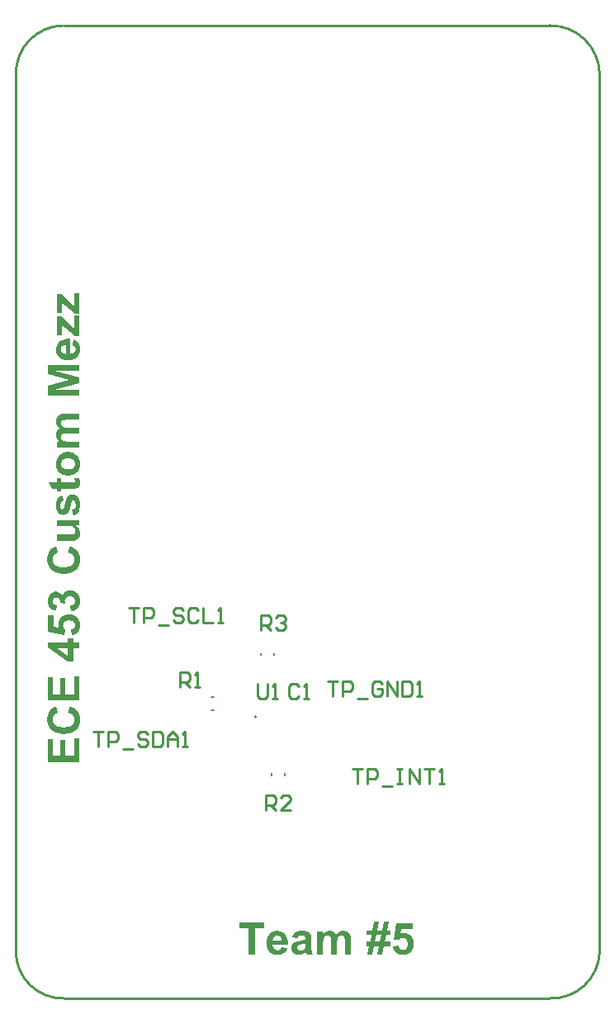
<source format=gto>
G04*
G04 #@! TF.GenerationSoftware,Altium Limited,Altium Designer,22.6.1 (34)*
G04*
G04 Layer_Color=65535*
%FSLAX25Y25*%
%MOIN*%
G70*
G04*
G04 #@! TF.SameCoordinates,77978B21-DC67-4B61-947D-8792CEF4CC07*
G04*
G04*
G04 #@! TF.FilePolarity,Positive*
G04*
G01*
G75*
%ADD10C,0.00787*%
%ADD11C,0.00500*%
%ADD12C,0.01000*%
G36*
X26203Y277216D02*
X24253D01*
X20288Y280682D01*
X20272Y280698D01*
X20238Y280715D01*
X20188Y280765D01*
X20138Y280832D01*
X19955Y280981D01*
X19755Y281165D01*
X19522Y281381D01*
X19289Y281581D01*
X19089Y281798D01*
X18906Y281964D01*
Y281881D01*
X18922Y281798D01*
Y281498D01*
X18939Y281298D01*
Y280832D01*
X18956Y277550D01*
X16923D01*
Y285230D01*
X18656D01*
X22737Y281681D01*
X24087Y280432D01*
Y280532D01*
X24070Y280598D01*
Y280765D01*
X24054Y280965D01*
Y281181D01*
X24037Y281398D01*
Y285496D01*
X26203D01*
Y277216D01*
D02*
G37*
G36*
Y268270D02*
X24253D01*
X20288Y271735D01*
X20272Y271752D01*
X20238Y271768D01*
X20188Y271818D01*
X20138Y271885D01*
X19955Y272035D01*
X19755Y272218D01*
X19522Y272435D01*
X19289Y272635D01*
X19089Y272851D01*
X18906Y273018D01*
Y272935D01*
X18922Y272851D01*
Y272551D01*
X18939Y272352D01*
Y271885D01*
X18956Y268603D01*
X16923D01*
Y276283D01*
X18656D01*
X22737Y272735D01*
X24087Y271485D01*
Y271585D01*
X24070Y271652D01*
Y271818D01*
X24054Y272018D01*
Y272235D01*
X24037Y272452D01*
Y276550D01*
X26203D01*
Y268270D01*
D02*
G37*
G36*
X22271Y261106D02*
X22288D01*
X22321D01*
X22371D01*
X22454Y261123D01*
X22654Y261139D01*
X22904Y261189D01*
X23170Y261256D01*
X23454Y261356D01*
X23737Y261506D01*
X23987Y261689D01*
X24020Y261722D01*
X24087Y261789D01*
X24170Y261906D01*
X24287Y262072D01*
X24403Y262289D01*
X24487Y262522D01*
X24553Y262805D01*
X24587Y263105D01*
Y263205D01*
X24570Y263305D01*
X24553Y263439D01*
X24520Y263589D01*
X24453Y263738D01*
X24387Y263905D01*
X24287Y264055D01*
X24270Y264072D01*
X24220Y264122D01*
X24153Y264188D01*
X24037Y264288D01*
X23887Y264388D01*
X23720Y264488D01*
X23504Y264588D01*
X23254Y264671D01*
X23670Y267120D01*
X23687D01*
X23737Y267104D01*
X23804Y267070D01*
X23887Y267037D01*
X24003Y266970D01*
X24137Y266920D01*
X24437Y266754D01*
X24770Y266537D01*
X25103Y266287D01*
X25436Y265971D01*
X25719Y265621D01*
Y265604D01*
X25753Y265571D01*
X25786Y265521D01*
X25836Y265438D01*
X25886Y265338D01*
X25936Y265221D01*
X26003Y265088D01*
X26069Y264921D01*
X26136Y264738D01*
X26203Y264555D01*
X26303Y264122D01*
X26386Y263622D01*
X26419Y263072D01*
Y262972D01*
X26403Y262839D01*
X26386Y262672D01*
X26369Y262472D01*
X26336Y262256D01*
X26286Y261989D01*
X26219Y261722D01*
X26136Y261439D01*
X26036Y261139D01*
X25903Y260840D01*
X25753Y260556D01*
X25570Y260256D01*
X25353Y259990D01*
X25120Y259740D01*
X24836Y259507D01*
X24820Y259490D01*
X24770Y259473D01*
X24703Y259423D01*
X24603Y259357D01*
X24487Y259290D01*
X24337Y259224D01*
X24153Y259140D01*
X23954Y259057D01*
X23737Y258957D01*
X23504Y258874D01*
X23237Y258807D01*
X22954Y258740D01*
X22654Y258674D01*
X22337Y258624D01*
X21988Y258607D01*
X21638Y258591D01*
X21605D01*
X21538D01*
X21421Y258607D01*
X21255D01*
X21071Y258624D01*
X20838Y258657D01*
X20588Y258690D01*
X20322Y258740D01*
X20039Y258807D01*
X19739Y258890D01*
X19439Y258974D01*
X19139Y259090D01*
X18839Y259240D01*
X18556Y259390D01*
X18272Y259573D01*
X18023Y259790D01*
X18006Y259807D01*
X17973Y259840D01*
X17906Y259907D01*
X17823Y260007D01*
X17723Y260123D01*
X17606Y260273D01*
X17490Y260440D01*
X17356Y260623D01*
X17240Y260840D01*
X17123Y261056D01*
X17006Y261306D01*
X16906Y261589D01*
X16823Y261873D01*
X16756Y262172D01*
X16723Y262506D01*
X16706Y262839D01*
Y262939D01*
X16723Y263039D01*
Y263189D01*
X16756Y263355D01*
X16773Y263555D01*
X16823Y263772D01*
X16873Y264022D01*
X16956Y264271D01*
X17040Y264538D01*
X17156Y264821D01*
X17290Y265088D01*
X17439Y265354D01*
X17639Y265621D01*
X17839Y265871D01*
X18089Y266104D01*
X18106Y266121D01*
X18156Y266154D01*
X18239Y266221D01*
X18339Y266287D01*
X18489Y266387D01*
X18672Y266487D01*
X18872Y266587D01*
X19122Y266704D01*
X19405Y266804D01*
X19705Y266920D01*
X20055Y267004D01*
X20422Y267104D01*
X20838Y267170D01*
X21288Y267220D01*
X21754Y267254D01*
X22271D01*
Y261106D01*
D02*
G37*
G36*
X26203Y254342D02*
X16123Y254326D01*
X26203Y251793D01*
Y249294D01*
X16123Y246778D01*
X26203D01*
Y244379D01*
X13391D01*
Y248245D01*
X22138Y250560D01*
X13391Y252859D01*
Y256741D01*
X26203D01*
Y254342D01*
D02*
G37*
G36*
Y234517D02*
X20905D01*
X20888D01*
X20838D01*
X20772D01*
X20688D01*
X20572D01*
X20438Y234500D01*
X20155Y234483D01*
X19855Y234450D01*
X19572Y234400D01*
X19305Y234333D01*
X19206Y234300D01*
X19122Y234250D01*
X19105Y234233D01*
X19039Y234184D01*
X18956Y234100D01*
X18856Y234000D01*
X18756Y233850D01*
X18672Y233667D01*
X18606Y233451D01*
X18589Y233201D01*
Y233117D01*
X18606Y233017D01*
X18622Y232884D01*
X18672Y232734D01*
X18722Y232568D01*
X18806Y232401D01*
X18906Y232234D01*
X18922Y232218D01*
X18972Y232168D01*
X19039Y232084D01*
X19139Y231984D01*
X19272Y231885D01*
X19439Y231768D01*
X19622Y231668D01*
X19839Y231585D01*
X19872D01*
X19955Y231551D01*
X20105Y231518D01*
X20305Y231485D01*
X20572Y231451D01*
X20905Y231418D01*
X21288Y231401D01*
X21521Y231385D01*
X21754D01*
X26203D01*
Y228936D01*
X21121D01*
X21105D01*
X21055D01*
X20988D01*
X20905D01*
X20788D01*
X20672D01*
X20405Y228919D01*
X20105Y228902D01*
X19822Y228886D01*
X19572Y228852D01*
X19472Y228819D01*
X19389Y228802D01*
X19372D01*
X19322Y228786D01*
X19255Y228752D01*
X19155Y228702D01*
X18972Y228569D01*
X18872Y228486D01*
X18789Y228386D01*
X18772Y228369D01*
X18756Y228336D01*
X18722Y228269D01*
X18689Y228203D01*
X18656Y228086D01*
X18622Y227969D01*
X18589Y227819D01*
Y227553D01*
X18606Y227453D01*
X18622Y227320D01*
X18672Y227153D01*
X18722Y226986D01*
X18806Y226803D01*
X18906Y226620D01*
X18922Y226603D01*
X18956Y226553D01*
X19039Y226470D01*
X19122Y226370D01*
X19255Y226270D01*
X19405Y226153D01*
X19589Y226054D01*
X19789Y225970D01*
X19822D01*
X19905Y225937D01*
X20039Y225920D01*
X20238Y225887D01*
X20505Y225853D01*
X20655Y225837D01*
X20838Y225820D01*
X21021Y225804D01*
X21238D01*
X21455Y225787D01*
X21704D01*
X26203D01*
Y223338D01*
X16923D01*
Y225604D01*
X18206D01*
X18189Y225620D01*
X18139Y225654D01*
X18073Y225720D01*
X17973Y225820D01*
X17856Y225937D01*
X17723Y226070D01*
X17589Y226237D01*
X17456Y226420D01*
X17323Y226620D01*
X17173Y226836D01*
X17056Y227070D01*
X16940Y227320D01*
X16840Y227586D01*
X16773Y227869D01*
X16723Y228169D01*
X16706Y228469D01*
Y228619D01*
X16723Y228786D01*
X16756Y229002D01*
X16806Y229236D01*
X16873Y229502D01*
X16956Y229769D01*
X17090Y230019D01*
X17106Y230052D01*
X17156Y230135D01*
X17240Y230252D01*
X17356Y230402D01*
X17523Y230568D01*
X17706Y230735D01*
X17923Y230918D01*
X18189Y231085D01*
X18172D01*
X18156Y231118D01*
X18073Y231185D01*
X17939Y231318D01*
X17773Y231485D01*
X17606Y231684D01*
X17423Y231901D01*
X17240Y232151D01*
X17090Y232401D01*
Y232418D01*
X17073Y232434D01*
X17023Y232534D01*
X16973Y232667D01*
X16890Y232867D01*
X16823Y233084D01*
X16773Y233351D01*
X16723Y233617D01*
X16706Y233917D01*
Y234084D01*
X16723Y234283D01*
X16756Y234517D01*
X16806Y234783D01*
X16890Y235067D01*
X16990Y235366D01*
X17123Y235633D01*
Y235650D01*
X17140Y235666D01*
X17206Y235750D01*
X17290Y235883D01*
X17439Y236033D01*
X17606Y236216D01*
X17823Y236383D01*
X18073Y236549D01*
X18356Y236699D01*
X18389Y236716D01*
X18472Y236749D01*
X18606Y236783D01*
X18806Y236832D01*
X19072Y236882D01*
X19405Y236932D01*
X19605Y236949D01*
X19805D01*
X20022Y236966D01*
X20272D01*
X26203D01*
Y234517D01*
D02*
G37*
G36*
X21738Y221589D02*
X21888D01*
X22071Y221572D01*
X22288Y221539D01*
X22521Y221489D01*
X22771Y221439D01*
X23037Y221355D01*
X23321Y221272D01*
X23604Y221155D01*
X23904Y221022D01*
X24204Y220872D01*
X24487Y220689D01*
X24770Y220472D01*
X25036Y220239D01*
X25053Y220222D01*
X25103Y220173D01*
X25170Y220106D01*
X25253Y219989D01*
X25353Y219856D01*
X25470Y219706D01*
X25603Y219506D01*
X25719Y219306D01*
X25853Y219056D01*
X25986Y218806D01*
X26103Y218523D01*
X26203Y218223D01*
X26286Y217907D01*
X26353Y217557D01*
X26403Y217207D01*
X26419Y216824D01*
Y216690D01*
X26403Y216607D01*
Y216491D01*
X26386Y216357D01*
X26369Y216207D01*
X26353Y216041D01*
X26286Y215658D01*
X26186Y215258D01*
X26036Y214808D01*
X25853Y214375D01*
Y214358D01*
X25820Y214325D01*
X25786Y214258D01*
X25736Y214192D01*
X25686Y214092D01*
X25603Y213975D01*
X25420Y213725D01*
X25186Y213442D01*
X24886Y213159D01*
X24553Y212875D01*
X24153Y212626D01*
X24137D01*
X24103Y212592D01*
X24037Y212576D01*
X23954Y212526D01*
X23837Y212492D01*
X23720Y212442D01*
X23570Y212376D01*
X23387Y212326D01*
X23204Y212276D01*
X23004Y212209D01*
X22771Y212159D01*
X22537Y212126D01*
X22021Y212059D01*
X21438Y212026D01*
X21421D01*
X21388D01*
X21321D01*
X21221Y212042D01*
X21121D01*
X20988Y212059D01*
X20838Y212076D01*
X20688Y212109D01*
X20322Y212176D01*
X19922Y212276D01*
X19505Y212426D01*
X19072Y212626D01*
X19056D01*
X19022Y212659D01*
X18956Y212692D01*
X18889Y212742D01*
X18789Y212792D01*
X18672Y212875D01*
X18422Y213059D01*
X18139Y213309D01*
X17856Y213592D01*
X17573Y213942D01*
X17323Y214325D01*
Y214341D01*
X17290Y214375D01*
X17273Y214441D01*
X17223Y214525D01*
X17173Y214625D01*
X17123Y214758D01*
X17073Y214891D01*
X17006Y215058D01*
X16906Y215424D01*
X16806Y215841D01*
X16740Y216291D01*
X16706Y216791D01*
Y216891D01*
X16723Y216990D01*
Y217140D01*
X16756Y217324D01*
X16773Y217524D01*
X16823Y217757D01*
X16873Y218023D01*
X16956Y218290D01*
X17040Y218573D01*
X17156Y218856D01*
X17290Y219140D01*
X17439Y219439D01*
X17639Y219723D01*
X17839Y219989D01*
X18089Y220256D01*
X18106Y220272D01*
X18156Y220322D01*
X18223Y220389D01*
X18339Y220472D01*
X18472Y220572D01*
X18639Y220689D01*
X18822Y220806D01*
X19039Y220939D01*
X19272Y221056D01*
X19539Y221172D01*
X19822Y221289D01*
X20122Y221389D01*
X20438Y221489D01*
X20788Y221555D01*
X21155Y221589D01*
X21538Y221605D01*
X21554D01*
X21638D01*
X21738Y221589D01*
D02*
G37*
G36*
X26069Y211059D02*
X26086Y211043D01*
X26103Y210993D01*
X26119Y210926D01*
X26186Y210743D01*
X26236Y210510D01*
X26303Y210226D01*
X26369Y209893D01*
X26403Y209527D01*
X26419Y209127D01*
Y209010D01*
X26403Y208894D01*
X26386Y208744D01*
X26369Y208560D01*
X26319Y208361D01*
X26269Y208144D01*
X26203Y207944D01*
X26186Y207927D01*
X26169Y207861D01*
X26119Y207761D01*
X26053Y207644D01*
X25870Y207394D01*
X25753Y207261D01*
X25636Y207161D01*
X25620Y207144D01*
X25570Y207128D01*
X25486Y207078D01*
X25370Y207028D01*
X25236Y206961D01*
X25070Y206911D01*
X24886Y206861D01*
X24670Y206811D01*
X24653D01*
X24587Y206795D01*
X24470D01*
X24287Y206778D01*
X24054Y206761D01*
X23920D01*
X23754D01*
X23587Y206745D01*
X23387D01*
X23170D01*
X22937D01*
X18872D01*
Y205612D01*
X16923D01*
Y206745D01*
X15074D01*
X13624Y209194D01*
X16923D01*
Y210876D01*
X18872D01*
Y209194D01*
X22637D01*
X22654D01*
X22687D01*
X22737D01*
X22821D01*
X23004D01*
X23221D01*
X23454Y209210D01*
X23670D01*
X23854D01*
X23920Y209227D01*
X23970D01*
X24003Y209243D01*
X24070Y209277D01*
X24170Y209344D01*
X24270Y209443D01*
Y209460D01*
X24287Y209477D01*
X24320Y209560D01*
X24370Y209710D01*
X24387Y209877D01*
Y209943D01*
X24370Y210010D01*
X24353Y210126D01*
X24337Y210260D01*
X24287Y210426D01*
X24237Y210626D01*
X24153Y210859D01*
X26069Y211076D01*
Y211059D01*
D02*
G37*
G36*
X23537Y204462D02*
X23637Y204446D01*
X23770Y204429D01*
X24070Y204345D01*
X24403Y204212D01*
X24587Y204129D01*
X24770Y204029D01*
X24953Y203912D01*
X25153Y203762D01*
X25320Y203596D01*
X25503Y203413D01*
X25520Y203396D01*
X25536Y203363D01*
X25586Y203296D01*
X25653Y203213D01*
X25719Y203096D01*
X25786Y202963D01*
X25870Y202796D01*
X25953Y202613D01*
X26053Y202413D01*
X26136Y202180D01*
X26203Y201913D01*
X26269Y201630D01*
X26336Y201313D01*
X26386Y200980D01*
X26403Y200630D01*
X26419Y200247D01*
Y200064D01*
X26403Y199931D01*
Y199781D01*
X26386Y199597D01*
X26353Y199381D01*
X26319Y199164D01*
X26236Y198681D01*
X26103Y198181D01*
X25919Y197698D01*
X25803Y197465D01*
X25670Y197248D01*
X25653Y197232D01*
X25636Y197198D01*
X25586Y197148D01*
X25536Y197065D01*
X25453Y196982D01*
X25353Y196882D01*
X25120Y196665D01*
X24820Y196415D01*
X24470Y196182D01*
X24054Y195966D01*
X23820Y195882D01*
X23587Y195816D01*
X23204Y198281D01*
X23237D01*
X23321Y198315D01*
X23454Y198348D01*
X23604Y198415D01*
X23787Y198498D01*
X23970Y198598D01*
X24137Y198731D01*
X24287Y198898D01*
X24303Y198914D01*
X24337Y198981D01*
X24403Y199098D01*
X24470Y199248D01*
X24537Y199448D01*
X24603Y199664D01*
X24637Y199947D01*
X24653Y200247D01*
Y200397D01*
X24637Y200580D01*
X24603Y200780D01*
X24570Y201013D01*
X24503Y201247D01*
X24420Y201480D01*
X24303Y201680D01*
X24287Y201697D01*
X24253Y201730D01*
X24204Y201780D01*
X24137Y201847D01*
X24037Y201913D01*
X23937Y201963D01*
X23804Y201996D01*
X23654Y202013D01*
X23637D01*
X23604D01*
X23554Y201996D01*
X23487D01*
X23337Y201930D01*
X23254Y201897D01*
X23187Y201830D01*
Y201813D01*
X23154Y201797D01*
X23121Y201747D01*
X23087Y201663D01*
X23037Y201547D01*
X22987Y201413D01*
X22921Y201230D01*
X22871Y201013D01*
Y200980D01*
X22837Y200880D01*
X22804Y200730D01*
X22754Y200530D01*
X22704Y200297D01*
X22637Y200030D01*
X22554Y199731D01*
X22471Y199431D01*
X22288Y198781D01*
X22188Y198465D01*
X22088Y198165D01*
X21971Y197881D01*
X21871Y197632D01*
X21771Y197415D01*
X21671Y197248D01*
X21655Y197232D01*
X21638Y197198D01*
X21588Y197148D01*
X21538Y197082D01*
X21455Y196998D01*
X21355Y196898D01*
X21121Y196699D01*
X20821Y196499D01*
X20455Y196315D01*
X20255Y196249D01*
X20039Y196199D01*
X19822Y196165D01*
X19572Y196149D01*
X19555D01*
X19522D01*
X19455D01*
X19372Y196165D01*
X19272Y196182D01*
X19139Y196199D01*
X18856Y196265D01*
X18539Y196382D01*
X18372Y196465D01*
X18206Y196549D01*
X18023Y196665D01*
X17856Y196782D01*
X17689Y196932D01*
X17539Y197098D01*
X17523Y197115D01*
X17506Y197148D01*
X17456Y197198D01*
X17406Y197282D01*
X17339Y197382D01*
X17273Y197498D01*
X17206Y197648D01*
X17123Y197831D01*
X17040Y198015D01*
X16973Y198231D01*
X16906Y198481D01*
X16840Y198748D01*
X16790Y199031D01*
X16740Y199347D01*
X16723Y199681D01*
X16706Y200047D01*
Y200231D01*
X16723Y200364D01*
Y200514D01*
X16740Y200697D01*
X16756Y200897D01*
X16790Y201113D01*
X16856Y201580D01*
X16973Y202046D01*
X17123Y202496D01*
X17223Y202696D01*
X17339Y202879D01*
Y202896D01*
X17373Y202913D01*
X17406Y202963D01*
X17456Y203029D01*
X17589Y203196D01*
X17789Y203396D01*
X18056Y203596D01*
X18372Y203812D01*
X18739Y204012D01*
X19155Y204162D01*
X19589Y201847D01*
X19572D01*
X19505Y201813D01*
X19405Y201780D01*
X19289Y201713D01*
X19155Y201647D01*
X19022Y201547D01*
X18889Y201430D01*
X18772Y201280D01*
X18756Y201263D01*
X18722Y201197D01*
X18672Y201113D01*
X18622Y200980D01*
X18572Y200814D01*
X18522Y200614D01*
X18489Y200364D01*
X18472Y200097D01*
Y199931D01*
X18489Y199764D01*
X18506Y199547D01*
X18539Y199331D01*
X18589Y199098D01*
X18656Y198881D01*
X18756Y198698D01*
Y198681D01*
X18789Y198664D01*
X18889Y198565D01*
X19039Y198481D01*
X19139Y198448D01*
X19255Y198431D01*
X19272D01*
X19305D01*
X19355Y198448D01*
X19405Y198465D01*
X19555Y198531D01*
X19639Y198581D01*
X19705Y198664D01*
X19722Y198681D01*
X19755Y198748D01*
X19772Y198798D01*
X19805Y198881D01*
X19839Y198964D01*
X19872Y199081D01*
X19922Y199214D01*
X19972Y199381D01*
X20022Y199564D01*
X20088Y199781D01*
X20155Y200014D01*
X20222Y200297D01*
X20305Y200614D01*
X20388Y200963D01*
Y200980D01*
X20405Y201047D01*
X20438Y201147D01*
X20472Y201280D01*
X20505Y201447D01*
X20572Y201630D01*
X20622Y201830D01*
X20688Y202046D01*
X20855Y202496D01*
X21038Y202946D01*
X21138Y203163D01*
X21255Y203363D01*
X21371Y203546D01*
X21488Y203696D01*
Y203712D01*
X21521Y203729D01*
X21605Y203812D01*
X21754Y203946D01*
X21954Y204096D01*
X22221Y204229D01*
X22537Y204362D01*
X22904Y204446D01*
X23104Y204479D01*
X23321D01*
X23337D01*
X23370D01*
X23437D01*
X23537Y204462D01*
D02*
G37*
G36*
X26203Y191850D02*
X24820D01*
X24853Y191834D01*
X24937Y191751D01*
X25086Y191651D01*
X25253Y191484D01*
X25436Y191301D01*
X25636Y191068D01*
X25820Y190818D01*
X26003Y190518D01*
Y190501D01*
X26019Y190484D01*
X26036Y190434D01*
X26069Y190384D01*
X26136Y190218D01*
X26203Y190001D01*
X26286Y189735D01*
X26353Y189435D01*
X26403Y189118D01*
X26419Y188785D01*
Y188635D01*
X26403Y188452D01*
X26369Y188219D01*
X26319Y187969D01*
X26253Y187686D01*
X26153Y187386D01*
X26019Y187102D01*
X26003Y187069D01*
X25936Y186986D01*
X25853Y186853D01*
X25719Y186703D01*
X25553Y186519D01*
X25353Y186336D01*
X25136Y186186D01*
X24870Y186036D01*
X24853D01*
X24836Y186020D01*
X24787Y186003D01*
X24737Y185986D01*
X24570Y185936D01*
X24337Y185886D01*
X24037Y185820D01*
X23687Y185770D01*
X23270Y185736D01*
X22804Y185720D01*
X16923D01*
Y188169D01*
X21188D01*
X21205D01*
X21271D01*
X21371D01*
X21505D01*
X21655D01*
X21838D01*
X22221Y188185D01*
X22637Y188202D01*
X23037Y188219D01*
X23221Y188235D01*
X23370Y188252D01*
X23504Y188285D01*
X23604Y188302D01*
X23620D01*
X23670Y188335D01*
X23754Y188369D01*
X23854Y188418D01*
X23954Y188485D01*
X24070Y188568D01*
X24187Y188668D01*
X24287Y188785D01*
X24303Y188802D01*
X24320Y188852D01*
X24370Y188935D01*
X24403Y189035D01*
X24453Y189168D01*
X24503Y189318D01*
X24520Y189501D01*
X24537Y189685D01*
Y189785D01*
X24520Y189918D01*
X24487Y190068D01*
X24453Y190234D01*
X24403Y190434D01*
X24320Y190618D01*
X24204Y190818D01*
X24187Y190834D01*
X24137Y190901D01*
X24070Y190984D01*
X23970Y191084D01*
X23837Y191201D01*
X23704Y191317D01*
X23537Y191417D01*
X23354Y191501D01*
X23321Y191517D01*
X23287D01*
X23237Y191534D01*
X23171Y191551D01*
X23087Y191567D01*
X22971Y191584D01*
X22837Y191601D01*
X22687Y191617D01*
X22504Y191634D01*
X22304D01*
X22071Y191651D01*
X21804Y191667D01*
X21521Y191684D01*
X21188D01*
X20838D01*
X16923D01*
Y194133D01*
X26203D01*
Y191850D01*
D02*
G37*
G36*
X22354Y183520D02*
X22454Y183487D01*
X22604Y183437D01*
X22771Y183371D01*
X22971Y183304D01*
X23204Y183204D01*
X23437Y183087D01*
X23954Y182821D01*
X24220Y182671D01*
X24470Y182488D01*
X24737Y182304D01*
X24970Y182088D01*
X25203Y181871D01*
X25403Y181621D01*
X25420Y181605D01*
X25453Y181555D01*
X25503Y181488D01*
X25553Y181388D01*
X25636Y181255D01*
X25719Y181088D01*
X25820Y180905D01*
X25903Y180705D01*
X26003Y180472D01*
X26103Y180205D01*
X26186Y179922D01*
X26253Y179622D01*
X26319Y179306D01*
X26369Y178956D01*
X26403Y178606D01*
X26419Y178223D01*
Y178106D01*
X26403Y177973D01*
X26386Y177806D01*
X26369Y177589D01*
X26319Y177323D01*
X26269Y177056D01*
X26203Y176740D01*
X26103Y176423D01*
X26003Y176074D01*
X25853Y175724D01*
X25686Y175374D01*
X25486Y175024D01*
X25253Y174674D01*
X24986Y174341D01*
X24687Y174024D01*
X24670Y174008D01*
X24603Y173958D01*
X24503Y173874D01*
X24370Y173774D01*
X24187Y173641D01*
X23970Y173508D01*
X23720Y173358D01*
X23437Y173208D01*
X23104Y173058D01*
X22754Y172908D01*
X22354Y172775D01*
X21938Y172642D01*
X21471Y172542D01*
X20988Y172458D01*
X20455Y172408D01*
X19905Y172392D01*
X19888D01*
X19872D01*
X19822D01*
X19772D01*
X19605Y172408D01*
X19372Y172425D01*
X19105Y172442D01*
X18806Y172475D01*
X18456Y172525D01*
X18089Y172591D01*
X17689Y172692D01*
X17290Y172792D01*
X16873Y172925D01*
X16457Y173091D01*
X16057Y173275D01*
X15657Y173491D01*
X15290Y173758D01*
X14941Y174041D01*
X14924Y174058D01*
X14857Y174124D01*
X14774Y174207D01*
X14657Y174341D01*
X14524Y174507D01*
X14374Y174707D01*
X14208Y174941D01*
X14041Y175207D01*
X13874Y175490D01*
X13724Y175824D01*
X13574Y176173D01*
X13441Y176557D01*
X13325Y176973D01*
X13241Y177423D01*
X13174Y177889D01*
X13158Y178373D01*
Y178472D01*
X13174Y178606D01*
Y178772D01*
X13208Y178972D01*
X13225Y179206D01*
X13274Y179455D01*
X13325Y179739D01*
X13408Y180039D01*
X13491Y180355D01*
X13608Y180672D01*
X13741Y180988D01*
X13908Y181305D01*
X14091Y181621D01*
X14307Y181921D01*
X14557Y182204D01*
X14574Y182221D01*
X14591Y182238D01*
X14641Y182288D01*
X14707Y182354D01*
X14791Y182421D01*
X14890Y182504D01*
X15024Y182588D01*
X15157Y182687D01*
X15307Y182804D01*
X15490Y182904D01*
X15674Y183021D01*
X15890Y183121D01*
X16123Y183237D01*
X16357Y183337D01*
X16623Y183437D01*
X16906Y183520D01*
X17523Y180955D01*
X17506D01*
X17473Y180938D01*
X17423Y180921D01*
X17356Y180905D01*
X17173Y180838D01*
X16956Y180755D01*
X16706Y180622D01*
X16440Y180455D01*
X16190Y180238D01*
X15957Y179989D01*
X15923Y179955D01*
X15857Y179855D01*
X15774Y179705D01*
X15657Y179505D01*
X15557Y179255D01*
X15457Y178956D01*
X15390Y178606D01*
X15374Y178239D01*
Y178106D01*
X15390Y178006D01*
X15407Y177889D01*
X15424Y177740D01*
X15507Y177423D01*
X15624Y177056D01*
X15707Y176873D01*
X15807Y176673D01*
X15923Y176473D01*
X16073Y176290D01*
X16223Y176107D01*
X16407Y175940D01*
X16423Y175924D01*
X16457Y175907D01*
X16523Y175857D01*
X16607Y175807D01*
X16706Y175740D01*
X16856Y175657D01*
X17006Y175574D01*
X17206Y175507D01*
X17423Y175424D01*
X17656Y175340D01*
X17939Y175257D01*
X18239Y175190D01*
X18556Y175141D01*
X18922Y175091D01*
X19305Y175074D01*
X19722Y175057D01*
X19755D01*
X19822D01*
X19955D01*
X20122Y175074D01*
X20322Y175091D01*
X20538Y175107D01*
X20805Y175124D01*
X21071Y175174D01*
X21638Y175274D01*
X22204Y175424D01*
X22488Y175524D01*
X22737Y175640D01*
X22971Y175774D01*
X23187Y175924D01*
X23204Y175940D01*
X23237Y175957D01*
X23287Y176007D01*
X23337Y176074D01*
X23420Y176173D01*
X23504Y176273D01*
X23604Y176390D01*
X23687Y176540D01*
X23887Y176857D01*
X24037Y177240D01*
X24103Y177456D01*
X24153Y177690D01*
X24187Y177939D01*
X24204Y178189D01*
Y178289D01*
X24187Y178356D01*
X24170Y178556D01*
X24120Y178806D01*
X24037Y179072D01*
X23937Y179372D01*
X23770Y179672D01*
X23554Y179955D01*
X23537Y179972D01*
X23520Y179989D01*
X23420Y180072D01*
X23270Y180205D01*
X23037Y180372D01*
X22904Y180455D01*
X22754Y180555D01*
X22588Y180638D01*
X22388Y180722D01*
X22188Y180822D01*
X21971Y180888D01*
X21721Y180972D01*
X21471Y181038D01*
X22254Y183554D01*
X22271D01*
X22354Y183520D01*
D02*
G37*
G36*
X22654Y165794D02*
X22804Y165778D01*
X22971Y165744D01*
X23154Y165711D01*
X23370Y165661D01*
X23587Y165594D01*
X23820Y165511D01*
X24054Y165411D01*
X24303Y165295D01*
X24553Y165145D01*
X24787Y164978D01*
X25020Y164795D01*
X25253Y164578D01*
X25270Y164561D01*
X25303Y164528D01*
X25370Y164445D01*
X25436Y164362D01*
X25520Y164228D01*
X25620Y164095D01*
X25736Y163928D01*
X25836Y163728D01*
X25953Y163512D01*
X26069Y163279D01*
X26169Y163029D01*
X26253Y162762D01*
X26319Y162462D01*
X26386Y162162D01*
X26419Y161829D01*
X26436Y161496D01*
Y161329D01*
X26419Y161213D01*
X26403Y161063D01*
X26386Y160880D01*
X26353Y160696D01*
X26319Y160480D01*
X26203Y160030D01*
X26119Y159797D01*
X26019Y159547D01*
X25903Y159313D01*
X25769Y159064D01*
X25620Y158830D01*
X25453Y158614D01*
X25436Y158597D01*
X25403Y158564D01*
X25353Y158514D01*
X25270Y158431D01*
X25170Y158347D01*
X25053Y158247D01*
X24903Y158131D01*
X24753Y158031D01*
X24570Y157914D01*
X24370Y157798D01*
X24153Y157681D01*
X23920Y157581D01*
X23670Y157481D01*
X23420Y157414D01*
X23137Y157348D01*
X22837Y157298D01*
X22537Y159680D01*
X22554D01*
X22571D01*
X22621Y159697D01*
X22687D01*
X22854Y159747D01*
X23054Y159797D01*
X23287Y159863D01*
X23520Y159980D01*
X23737Y160113D01*
X23937Y160280D01*
X23954Y160296D01*
X24004Y160363D01*
X24087Y160480D01*
X24170Y160613D01*
X24253Y160796D01*
X24337Y160996D01*
X24387Y161246D01*
X24403Y161496D01*
Y161529D01*
X24387Y161629D01*
X24370Y161762D01*
X24337Y161929D01*
X24270Y162129D01*
X24170Y162346D01*
X24020Y162562D01*
X23837Y162762D01*
X23804Y162779D01*
X23737Y162845D01*
X23604Y162929D01*
X23420Y163029D01*
X23204Y163129D01*
X22937Y163212D01*
X22621Y163279D01*
X22271Y163295D01*
X22254D01*
X22221D01*
X22188D01*
X22121D01*
X21954Y163262D01*
X21738Y163229D01*
X21505Y163179D01*
X21255Y163079D01*
X21005Y162962D01*
X20788Y162795D01*
X20772Y162779D01*
X20705Y162712D01*
X20622Y162595D01*
X20505Y162462D01*
X20405Y162279D01*
X20322Y162079D01*
X20255Y161846D01*
X20238Y161579D01*
Y161496D01*
X20255Y161396D01*
Y161263D01*
X20288Y161096D01*
X20322Y160913D01*
X20372Y160696D01*
X20438Y160463D01*
X18439Y160730D01*
Y160896D01*
X18422Y161080D01*
X18406Y161296D01*
X18356Y161546D01*
X18272Y161796D01*
X18173Y162029D01*
X18023Y162246D01*
X18006Y162262D01*
X17939Y162329D01*
X17839Y162412D01*
X17689Y162512D01*
X17523Y162612D01*
X17306Y162696D01*
X17056Y162762D01*
X16790Y162779D01*
X16757D01*
X16690D01*
X16556Y162762D01*
X16423Y162729D01*
X16257Y162679D01*
X16073Y162612D01*
X15907Y162512D01*
X15757Y162379D01*
X15740Y162362D01*
X15690Y162312D01*
X15624Y162229D01*
X15557Y162112D01*
X15490Y161962D01*
X15424Y161796D01*
X15374Y161596D01*
X15357Y161363D01*
Y161263D01*
X15374Y161146D01*
X15407Y160996D01*
X15474Y160813D01*
X15540Y160646D01*
X15657Y160463D01*
X15807Y160280D01*
X15823Y160263D01*
X15890Y160213D01*
X15990Y160130D01*
X16123Y160047D01*
X16307Y159947D01*
X16523Y159863D01*
X16773Y159797D01*
X17073Y159747D01*
X16690Y157481D01*
X16673D01*
X16640Y157498D01*
X16573Y157514D01*
X16490Y157531D01*
X16390Y157548D01*
X16290Y157581D01*
X16023Y157664D01*
X15723Y157747D01*
X15407Y157881D01*
X15107Y158014D01*
X14824Y158181D01*
X14791Y158197D01*
X14707Y158264D01*
X14574Y158380D01*
X14424Y158530D01*
X14241Y158714D01*
X14058Y158947D01*
X13891Y159214D01*
X13724Y159513D01*
Y159530D01*
X13708Y159547D01*
X13691Y159597D01*
X13658Y159663D01*
X13591Y159847D01*
X13524Y160080D01*
X13458Y160363D01*
X13391Y160680D01*
X13341Y161046D01*
X13325Y161429D01*
Y161613D01*
X13341Y161729D01*
X13358Y161879D01*
X13391Y162062D01*
X13424Y162262D01*
X13474Y162479D01*
X13524Y162696D01*
X13608Y162929D01*
X13708Y163179D01*
X13808Y163412D01*
X13958Y163662D01*
X14108Y163895D01*
X14291Y164112D01*
X14491Y164328D01*
X14507Y164345D01*
X14541Y164362D01*
X14591Y164411D01*
X14657Y164478D01*
X14741Y164545D01*
X14857Y164611D01*
X15107Y164795D01*
X15424Y164961D01*
X15790Y165094D01*
X16190Y165211D01*
X16407Y165228D01*
X16623Y165244D01*
X16640D01*
X16690D01*
X16790Y165228D01*
X16906Y165211D01*
X17040Y165194D01*
X17206Y165145D01*
X17390Y165094D01*
X17589Y165011D01*
X17806Y164911D01*
X18023Y164795D01*
X18256Y164645D01*
X18472Y164461D01*
X18706Y164245D01*
X18922Y164012D01*
X19122Y163728D01*
X19322Y163395D01*
Y163412D01*
X19339Y163445D01*
X19355Y163495D01*
X19372Y163578D01*
X19405Y163678D01*
X19439Y163778D01*
X19555Y164028D01*
X19689Y164312D01*
X19872Y164595D01*
X20105Y164878D01*
X20388Y165145D01*
X20405D01*
X20422Y165178D01*
X20472Y165211D01*
X20538Y165244D01*
X20705Y165361D01*
X20938Y165478D01*
X21238Y165594D01*
X21571Y165711D01*
X21954Y165778D01*
X22371Y165811D01*
X22388D01*
X22437D01*
X22537D01*
X22654Y165794D01*
D02*
G37*
G36*
X22188Y156065D02*
X22321Y156048D01*
X22488Y156032D01*
X22671Y155998D01*
X22871Y155965D01*
X23304Y155865D01*
X23770Y155698D01*
X24020Y155598D01*
X24253Y155465D01*
X24503Y155332D01*
X24737Y155165D01*
X24753Y155148D01*
X24803Y155115D01*
X24886Y155032D01*
X25003Y154932D01*
X25136Y154815D01*
X25270Y154649D01*
X25420Y154465D01*
X25586Y154265D01*
X25736Y154032D01*
X25903Y153766D01*
X26036Y153482D01*
X26169Y153183D01*
X26286Y152849D01*
X26369Y152483D01*
X26419Y152100D01*
X26436Y151700D01*
Y151533D01*
X26419Y151400D01*
X26403Y151250D01*
X26386Y151084D01*
X26353Y150883D01*
X26319Y150684D01*
X26203Y150217D01*
X26119Y149984D01*
X26036Y149734D01*
X25919Y149501D01*
X25803Y149267D01*
X25653Y149034D01*
X25486Y148818D01*
X25470Y148801D01*
X25436Y148768D01*
X25386Y148718D01*
X25320Y148634D01*
X25220Y148551D01*
X25103Y148451D01*
X24970Y148351D01*
X24803Y148235D01*
X24637Y148118D01*
X24453Y148001D01*
X24237Y147885D01*
X24004Y147785D01*
X23770Y147685D01*
X23504Y147601D01*
X23237Y147535D01*
X22937Y147485D01*
X22671Y149934D01*
X22687D01*
X22704D01*
X22804Y149951D01*
X22954Y150001D01*
X23154Y150050D01*
X23354Y150117D01*
X23570Y150234D01*
X23787Y150367D01*
X23987Y150534D01*
X24004Y150550D01*
X24054Y150634D01*
X24137Y150734D01*
X24220Y150883D01*
X24320Y151050D01*
X24387Y151250D01*
X24453Y151467D01*
X24470Y151717D01*
Y151750D01*
X24453Y151850D01*
X24437Y151983D01*
X24387Y152166D01*
X24320Y152366D01*
X24204Y152583D01*
X24054Y152799D01*
X23854Y153016D01*
X23820Y153033D01*
X23737Y153099D01*
X23587Y153183D01*
X23370Y153283D01*
X23104Y153383D01*
X22787Y153466D01*
X22404Y153533D01*
X21954Y153549D01*
X21938D01*
X21904D01*
X21838D01*
X21754D01*
X21655Y153533D01*
X21554Y153516D01*
X21288Y153482D01*
X21005Y153416D01*
X20705Y153333D01*
X20422Y153199D01*
X20172Y153016D01*
X20138Y152999D01*
X20072Y152916D01*
X19988Y152799D01*
X19872Y152649D01*
X19755Y152450D01*
X19672Y152216D01*
X19605Y151950D01*
X19572Y151650D01*
Y151550D01*
X19589Y151467D01*
X19605Y151383D01*
X19622Y151267D01*
X19689Y151017D01*
X19805Y150734D01*
X19972Y150417D01*
X20072Y150250D01*
X20188Y150084D01*
X20338Y149934D01*
X20505Y149767D01*
X20222Y147785D01*
X13558Y149051D01*
Y155515D01*
X15857D01*
Y150900D01*
X18039Y150500D01*
Y150517D01*
X18023Y150534D01*
X18006Y150584D01*
X17973Y150650D01*
X17906Y150817D01*
X17823Y151017D01*
X17756Y151283D01*
X17689Y151567D01*
X17639Y151866D01*
X17623Y152183D01*
Y152350D01*
X17639Y152450D01*
X17656Y152600D01*
X17689Y152766D01*
X17723Y152949D01*
X17773Y153149D01*
X17839Y153349D01*
X17923Y153583D01*
X18006Y153799D01*
X18123Y154032D01*
X18272Y154265D01*
X18422Y154499D01*
X18606Y154732D01*
X18822Y154949D01*
X18839Y154965D01*
X18872Y154999D01*
X18939Y155049D01*
X19039Y155132D01*
X19155Y155215D01*
X19305Y155315D01*
X19472Y155415D01*
X19655Y155515D01*
X19872Y155615D01*
X20105Y155732D01*
X20355Y155815D01*
X20638Y155898D01*
X20921Y155982D01*
X21238Y156032D01*
X21571Y156065D01*
X21921Y156081D01*
X21938D01*
X21988D01*
X22071D01*
X22188Y156065D01*
D02*
G37*
G36*
X23620Y144686D02*
X26203D01*
Y142304D01*
X23620D01*
Y137072D01*
X21488D01*
X13341Y142604D01*
Y144686D01*
X21471D01*
Y146269D01*
X23620D01*
Y144686D01*
D02*
G37*
G36*
X26203Y121162D02*
X13391D01*
Y130642D01*
X15557D01*
Y123744D01*
X18389D01*
Y130158D01*
X20555D01*
Y123744D01*
X24037D01*
Y130892D01*
X26203D01*
Y121162D01*
D02*
G37*
G36*
X22354Y118896D02*
X22454Y118863D01*
X22604Y118813D01*
X22771Y118746D01*
X22971Y118680D01*
X23204Y118580D01*
X23437Y118463D01*
X23954Y118197D01*
X24220Y118047D01*
X24470Y117863D01*
X24737Y117680D01*
X24970Y117464D01*
X25203Y117247D01*
X25403Y116997D01*
X25420Y116980D01*
X25453Y116930D01*
X25503Y116864D01*
X25553Y116764D01*
X25636Y116631D01*
X25719Y116464D01*
X25820Y116281D01*
X25903Y116081D01*
X26003Y115848D01*
X26103Y115581D01*
X26186Y115298D01*
X26253Y114998D01*
X26319Y114681D01*
X26369Y114331D01*
X26403Y113982D01*
X26419Y113599D01*
Y113482D01*
X26403Y113349D01*
X26386Y113182D01*
X26369Y112965D01*
X26319Y112699D01*
X26269Y112432D01*
X26203Y112116D01*
X26103Y111799D01*
X26003Y111449D01*
X25853Y111100D01*
X25686Y110750D01*
X25486Y110400D01*
X25253Y110050D01*
X24986Y109717D01*
X24687Y109400D01*
X24670Y109383D01*
X24603Y109334D01*
X24503Y109250D01*
X24370Y109150D01*
X24187Y109017D01*
X23970Y108884D01*
X23720Y108734D01*
X23437Y108584D01*
X23104Y108434D01*
X22754Y108284D01*
X22354Y108151D01*
X21938Y108017D01*
X21471Y107917D01*
X20988Y107834D01*
X20455Y107784D01*
X19905Y107767D01*
X19888D01*
X19872D01*
X19822D01*
X19772D01*
X19605Y107784D01*
X19372Y107801D01*
X19105Y107817D01*
X18806Y107851D01*
X18456Y107901D01*
X18089Y107967D01*
X17689Y108067D01*
X17290Y108167D01*
X16873Y108301D01*
X16457Y108467D01*
X16057Y108651D01*
X15657Y108867D01*
X15290Y109134D01*
X14941Y109417D01*
X14924Y109433D01*
X14857Y109500D01*
X14774Y109583D01*
X14657Y109717D01*
X14524Y109883D01*
X14374Y110083D01*
X14208Y110317D01*
X14041Y110583D01*
X13874Y110866D01*
X13724Y111199D01*
X13574Y111549D01*
X13441Y111933D01*
X13325Y112349D01*
X13241Y112799D01*
X13174Y113265D01*
X13158Y113748D01*
Y113848D01*
X13174Y113982D01*
Y114148D01*
X13208Y114348D01*
X13225Y114581D01*
X13274Y114831D01*
X13325Y115114D01*
X13408Y115414D01*
X13491Y115731D01*
X13608Y116048D01*
X13741Y116364D01*
X13908Y116681D01*
X14091Y116997D01*
X14307Y117297D01*
X14557Y117580D01*
X14574Y117597D01*
X14591Y117613D01*
X14641Y117664D01*
X14707Y117730D01*
X14791Y117797D01*
X14890Y117880D01*
X15024Y117963D01*
X15157Y118063D01*
X15307Y118180D01*
X15490Y118280D01*
X15674Y118397D01*
X15890Y118497D01*
X16123Y118613D01*
X16357Y118713D01*
X16623Y118813D01*
X16906Y118896D01*
X17523Y116331D01*
X17506D01*
X17473Y116314D01*
X17423Y116297D01*
X17356Y116281D01*
X17173Y116214D01*
X16956Y116131D01*
X16706Y115998D01*
X16440Y115831D01*
X16190Y115614D01*
X15957Y115364D01*
X15923Y115331D01*
X15857Y115231D01*
X15774Y115081D01*
X15657Y114881D01*
X15557Y114631D01*
X15457Y114331D01*
X15390Y113982D01*
X15374Y113615D01*
Y113482D01*
X15390Y113382D01*
X15407Y113265D01*
X15424Y113115D01*
X15507Y112799D01*
X15624Y112432D01*
X15707Y112249D01*
X15807Y112049D01*
X15923Y111849D01*
X16073Y111666D01*
X16223Y111483D01*
X16407Y111316D01*
X16423Y111299D01*
X16457Y111283D01*
X16523Y111233D01*
X16607Y111183D01*
X16706Y111116D01*
X16856Y111033D01*
X17006Y110950D01*
X17206Y110883D01*
X17423Y110800D01*
X17656Y110716D01*
X17939Y110633D01*
X18239Y110566D01*
X18556Y110516D01*
X18922Y110466D01*
X19305Y110450D01*
X19722Y110433D01*
X19755D01*
X19822D01*
X19955D01*
X20122Y110450D01*
X20322Y110466D01*
X20538Y110483D01*
X20805Y110500D01*
X21071Y110550D01*
X21638Y110650D01*
X22204Y110800D01*
X22488Y110899D01*
X22737Y111016D01*
X22971Y111150D01*
X23187Y111299D01*
X23204Y111316D01*
X23237Y111333D01*
X23287Y111383D01*
X23337Y111449D01*
X23420Y111549D01*
X23504Y111649D01*
X23604Y111766D01*
X23687Y111916D01*
X23887Y112232D01*
X24037Y112616D01*
X24103Y112832D01*
X24153Y113065D01*
X24187Y113315D01*
X24204Y113565D01*
Y113665D01*
X24187Y113732D01*
X24170Y113932D01*
X24120Y114182D01*
X24037Y114448D01*
X23937Y114748D01*
X23770Y115048D01*
X23554Y115331D01*
X23537Y115348D01*
X23520Y115364D01*
X23420Y115448D01*
X23270Y115581D01*
X23037Y115748D01*
X22904Y115831D01*
X22754Y115931D01*
X22588Y116014D01*
X22388Y116097D01*
X22188Y116197D01*
X21971Y116264D01*
X21721Y116347D01*
X21471Y116414D01*
X22254Y118930D01*
X22271D01*
X22354Y118896D01*
D02*
G37*
G36*
X26203Y96305D02*
X13391D01*
Y105785D01*
X15557D01*
Y98888D01*
X18389D01*
Y105302D01*
X20555D01*
Y98888D01*
X24037D01*
Y106035D01*
X26203D01*
Y96305D01*
D02*
G37*
G36*
X150408Y28435D02*
X151607D01*
Y26503D01*
X150024D01*
X149508Y23920D01*
X151607D01*
X151607Y21988D01*
X149108D01*
X148425Y18589D01*
X146459D01*
X147126Y21988D01*
X145176D01*
X144493Y18589D01*
X142527D01*
X143211Y21988D01*
X142028D01*
X142028Y23920D01*
X143610D01*
X144127Y26503D01*
X142028D01*
Y28435D01*
X144527D01*
X145227Y31834D01*
X147176D01*
X146493Y28435D01*
X148392D01*
X149075Y31834D01*
X151107D01*
X150408Y28435D01*
D02*
G37*
G36*
X133048Y28285D02*
X133281Y28252D01*
X133548Y28202D01*
X133831Y28119D01*
X134131Y28019D01*
X134397Y27885D01*
X134414D01*
X134431Y27869D01*
X134514Y27802D01*
X134647Y27719D01*
X134797Y27569D01*
X134981Y27402D01*
X135147Y27186D01*
X135314Y26936D01*
X135464Y26653D01*
X135480Y26619D01*
X135514Y26536D01*
X135547Y26403D01*
X135597Y26203D01*
X135647Y25936D01*
X135697Y25603D01*
X135714Y25403D01*
Y25203D01*
X135730Y24986D01*
Y24737D01*
X135730Y18806D01*
X133281D01*
X133281Y24104D01*
Y24120D01*
Y24170D01*
Y24237D01*
Y24320D01*
Y24437D01*
X133265Y24570D01*
X133248Y24853D01*
X133215Y25153D01*
X133165Y25436D01*
X133098Y25703D01*
X133065Y25803D01*
X133015Y25886D01*
X132998Y25903D01*
X132948Y25969D01*
X132865Y26053D01*
X132765Y26153D01*
X132615Y26253D01*
X132432Y26336D01*
X132215Y26403D01*
X131965Y26419D01*
X131882D01*
X131782Y26403D01*
X131649Y26386D01*
X131499Y26336D01*
X131332Y26286D01*
X131165Y26203D01*
X130999Y26103D01*
X130982Y26086D01*
X130932Y26036D01*
X130849Y25969D01*
X130749Y25870D01*
X130649Y25736D01*
X130532Y25570D01*
X130432Y25386D01*
X130349Y25170D01*
Y25137D01*
X130316Y25053D01*
X130282Y24903D01*
X130249Y24703D01*
X130216Y24437D01*
X130183Y24104D01*
X130166Y23720D01*
X130149Y23487D01*
Y23254D01*
Y18806D01*
X127700D01*
X127700Y23887D01*
Y23904D01*
Y23954D01*
Y24020D01*
Y24104D01*
Y24220D01*
Y24337D01*
X127683Y24603D01*
X127667Y24903D01*
X127650Y25186D01*
X127617Y25436D01*
X127584Y25536D01*
X127567Y25620D01*
Y25636D01*
X127550Y25686D01*
X127517Y25753D01*
X127467Y25853D01*
X127334Y26036D01*
X127250Y26136D01*
X127150Y26219D01*
X127134Y26236D01*
X127100Y26253D01*
X127034Y26286D01*
X126967Y26319D01*
X126850Y26353D01*
X126734Y26386D01*
X126584Y26419D01*
X126317D01*
X126217Y26403D01*
X126084Y26386D01*
X125917Y26336D01*
X125751Y26286D01*
X125568Y26203D01*
X125384Y26103D01*
X125368Y26086D01*
X125318Y26053D01*
X125234Y25969D01*
X125135Y25886D01*
X125034Y25753D01*
X124918Y25603D01*
X124818Y25420D01*
X124735Y25220D01*
Y25186D01*
X124701Y25103D01*
X124685Y24970D01*
X124651Y24770D01*
X124618Y24503D01*
X124601Y24353D01*
X124585Y24170D01*
X124568Y23987D01*
X124568Y23770D01*
X124551Y23554D01*
Y23304D01*
Y18806D01*
X122102D01*
X122102Y28085D01*
X124368D01*
Y26803D01*
X124385Y26819D01*
X124418Y26869D01*
X124485Y26936D01*
X124585Y27036D01*
X124701Y27152D01*
X124835Y27286D01*
X125001Y27419D01*
X125185Y27552D01*
X125384Y27685D01*
X125601Y27835D01*
X125834Y27952D01*
X126084Y28069D01*
X126351Y28169D01*
X126634Y28235D01*
X126934Y28285D01*
X127234Y28302D01*
X127384D01*
X127550Y28285D01*
X127767Y28252D01*
X128000Y28202D01*
X128267Y28135D01*
X128533Y28052D01*
X128783Y27919D01*
X128816Y27902D01*
X128900Y27852D01*
X129016Y27769D01*
X129166Y27652D01*
X129333Y27485D01*
X129499Y27302D01*
X129683Y27086D01*
X129849Y26819D01*
Y26836D01*
X129883Y26853D01*
X129949Y26936D01*
X130082Y27069D01*
X130249Y27236D01*
X130449Y27402D01*
X130666Y27586D01*
X130915Y27769D01*
X131165Y27919D01*
X131182D01*
X131199Y27935D01*
X131299Y27985D01*
X131432Y28035D01*
X131632Y28119D01*
X131849Y28185D01*
X132115Y28235D01*
X132382Y28285D01*
X132682Y28302D01*
X132848D01*
X133048Y28285D01*
D02*
G37*
G36*
X160654Y29151D02*
X156039D01*
X155639Y26969D01*
X155656D01*
X155672Y26986D01*
X155722Y27002D01*
X155789Y27036D01*
X155956Y27102D01*
X156155Y27186D01*
X156422Y27252D01*
X156705Y27319D01*
X157005Y27369D01*
X157322Y27386D01*
X157488D01*
X157588Y27369D01*
X157738Y27352D01*
X157905Y27319D01*
X158088Y27286D01*
X158288Y27236D01*
X158488Y27169D01*
X158721Y27086D01*
X158938Y27002D01*
X159171Y26886D01*
X159404Y26736D01*
X159637Y26586D01*
X159871Y26403D01*
X160087Y26186D01*
X160104Y26169D01*
X160137Y26136D01*
X160187Y26069D01*
X160270Y25969D01*
X160354Y25853D01*
X160454Y25703D01*
X160554Y25536D01*
X160654Y25353D01*
X160754Y25137D01*
X160870Y24903D01*
X160953Y24653D01*
X161037Y24370D01*
X161120Y24087D01*
X161170Y23770D01*
X161203Y23437D01*
X161220Y23087D01*
Y23071D01*
Y23021D01*
Y22937D01*
X161203Y22821D01*
X161187Y22688D01*
X161170Y22521D01*
X161137Y22338D01*
X161103Y22138D01*
X161003Y21704D01*
X160837Y21238D01*
X160737Y20988D01*
X160604Y20755D01*
X160470Y20505D01*
X160304Y20272D01*
X160287Y20255D01*
X160254Y20205D01*
X160170Y20122D01*
X160071Y20005D01*
X159954Y19872D01*
X159787Y19739D01*
X159604Y19589D01*
X159404Y19422D01*
X159171Y19272D01*
X158904Y19106D01*
X158621Y18972D01*
X158321Y18839D01*
X157988Y18722D01*
X157622Y18639D01*
X157238Y18589D01*
X156839Y18572D01*
X156672D01*
X156539Y18589D01*
X156389Y18606D01*
X156222Y18622D01*
X156022Y18656D01*
X155822Y18689D01*
X155356Y18806D01*
X155122Y18889D01*
X154873Y18972D01*
X154639Y19089D01*
X154406Y19206D01*
X154173Y19355D01*
X153956Y19522D01*
X153940Y19539D01*
X153906Y19572D01*
X153856Y19622D01*
X153773Y19689D01*
X153690Y19789D01*
X153590Y19905D01*
X153490Y20039D01*
X153373Y20205D01*
X153257Y20372D01*
X153140Y20555D01*
X153023Y20772D01*
X152923Y21005D01*
X152823Y21238D01*
X152740Y21505D01*
X152673Y21771D01*
X152623Y22071D01*
X155072Y22338D01*
Y22321D01*
Y22304D01*
X155089Y22204D01*
X155139Y22054D01*
X155189Y21855D01*
X155256Y21655D01*
X155372Y21438D01*
X155506Y21221D01*
X155672Y21022D01*
X155689Y21005D01*
X155772Y20955D01*
X155872Y20872D01*
X156022Y20788D01*
X156189Y20688D01*
X156389Y20622D01*
X156605Y20555D01*
X156855Y20538D01*
X156888D01*
X156988Y20555D01*
X157122Y20572D01*
X157305Y20622D01*
X157505Y20688D01*
X157721Y20805D01*
X157938Y20955D01*
X158155Y21155D01*
X158171Y21188D01*
X158238Y21271D01*
X158321Y21421D01*
X158421Y21638D01*
X158521Y21904D01*
X158604Y22221D01*
X158671Y22604D01*
X158688Y23054D01*
Y23071D01*
Y23104D01*
Y23171D01*
Y23254D01*
X158671Y23354D01*
X158654Y23454D01*
X158621Y23720D01*
X158554Y24004D01*
X158471Y24304D01*
X158338Y24587D01*
X158155Y24837D01*
X158138Y24870D01*
X158055Y24937D01*
X157938Y25020D01*
X157788Y25137D01*
X157588Y25253D01*
X157355Y25336D01*
X157088Y25403D01*
X156789Y25436D01*
X156688D01*
X156605Y25420D01*
X156522Y25403D01*
X156405Y25386D01*
X156155Y25320D01*
X155872Y25203D01*
X155556Y25036D01*
X155389Y24937D01*
X155222Y24820D01*
X155072Y24670D01*
X154906Y24503D01*
X152923Y24787D01*
X154190Y31451D01*
X160654D01*
Y29151D01*
D02*
G37*
G36*
X116355Y28285D02*
X116521D01*
X116688Y28269D01*
X116888Y28252D01*
X117271Y28202D01*
X117687Y28135D01*
X118071Y28035D01*
X118237Y27969D01*
X118404Y27902D01*
X118421D01*
X118437Y27885D01*
X118537Y27835D01*
X118670Y27752D01*
X118854Y27635D01*
X119037Y27502D01*
X119220Y27319D01*
X119387Y27136D01*
X119537Y26919D01*
X119553Y26886D01*
X119587Y26803D01*
X119620Y26736D01*
X119637Y26653D01*
X119670Y26536D01*
X119703Y26419D01*
X119737Y26286D01*
X119770Y26119D01*
X119787Y25936D01*
X119820Y25736D01*
X119837Y25520D01*
X119853Y25270D01*
X119870Y25003D01*
Y24720D01*
X119837Y21855D01*
Y21838D01*
Y21804D01*
Y21738D01*
Y21655D01*
Y21555D01*
Y21438D01*
X119853Y21171D01*
X119870Y20872D01*
X119887Y20572D01*
X119920Y20288D01*
X119953Y20039D01*
Y20005D01*
X119970Y19939D01*
X120003Y19822D01*
X120053Y19672D01*
X120120Y19489D01*
X120186Y19272D01*
X120286Y19039D01*
X120403Y18806D01*
X117971D01*
Y18822D01*
X117954Y18856D01*
X117937Y18906D01*
X117904Y18989D01*
X117871Y19089D01*
X117821Y19206D01*
X117771Y19355D01*
X117721Y19522D01*
Y19539D01*
Y19555D01*
X117687Y19639D01*
X117671Y19739D01*
X117638Y19805D01*
X117604Y19772D01*
X117521Y19705D01*
X117404Y19589D01*
X117238Y19455D01*
X117038Y19306D01*
X116805Y19155D01*
X116555Y19022D01*
X116288Y18889D01*
X116255Y18872D01*
X116171Y18839D01*
X116022Y18789D01*
X115838Y18739D01*
X115605Y18689D01*
X115355Y18639D01*
X115072Y18606D01*
X114772Y18589D01*
X114639D01*
X114539Y18606D01*
X114422D01*
X114272Y18622D01*
X113956Y18689D01*
X113589Y18772D01*
X113206Y18906D01*
X112839Y19106D01*
X112673Y19222D01*
X112506Y19355D01*
X112490Y19372D01*
X112473Y19389D01*
X112440Y19439D01*
X112373Y19489D01*
X112256Y19672D01*
X112106Y19889D01*
X111956Y20172D01*
X111823Y20522D01*
X111723Y20905D01*
X111706Y21105D01*
X111690Y21321D01*
Y21338D01*
Y21355D01*
Y21455D01*
X111706Y21605D01*
X111740Y21788D01*
X111773Y22004D01*
X111840Y22238D01*
X111940Y22488D01*
X112056Y22721D01*
X112073Y22754D01*
X112123Y22821D01*
X112206Y22937D01*
X112340Y23071D01*
X112490Y23221D01*
X112656Y23370D01*
X112873Y23520D01*
X113106Y23654D01*
X113139Y23670D01*
X113239Y23704D01*
X113389Y23770D01*
X113606Y23854D01*
X113889Y23937D01*
X114222Y24037D01*
X114605Y24137D01*
X115055Y24220D01*
X115072D01*
X115138Y24237D01*
X115222Y24253D01*
X115338Y24270D01*
X115472Y24304D01*
X115638Y24337D01*
X116005Y24420D01*
X116405Y24520D01*
X116805Y24620D01*
X116988Y24670D01*
X117154Y24737D01*
X117321Y24787D01*
X117454Y24837D01*
Y25070D01*
Y25087D01*
Y25103D01*
Y25186D01*
X117438Y25320D01*
X117404Y25470D01*
X117371Y25653D01*
X117304Y25820D01*
X117204Y25969D01*
X117088Y26103D01*
X117071Y26119D01*
X117021Y26153D01*
X116921Y26203D01*
X116788Y26269D01*
X116621Y26319D01*
X116388Y26369D01*
X116105Y26403D01*
X115772Y26419D01*
X115655D01*
X115538Y26403D01*
X115388Y26386D01*
X115222Y26353D01*
X115055Y26303D01*
X114889Y26236D01*
X114739Y26153D01*
X114722Y26136D01*
X114672Y26103D01*
X114605Y26036D01*
X114522Y25936D01*
X114439Y25820D01*
X114339Y25653D01*
X114239Y25470D01*
X114156Y25236D01*
X111940Y25636D01*
Y25653D01*
X111956Y25703D01*
X111973Y25770D01*
X112006Y25853D01*
X112056Y25969D01*
X112106Y26103D01*
X112240Y26386D01*
X112406Y26719D01*
X112639Y27052D01*
X112906Y27369D01*
X113223Y27635D01*
X113239D01*
X113273Y27669D01*
X113323Y27702D01*
X113389Y27735D01*
X113489Y27785D01*
X113606Y27852D01*
X113756Y27902D01*
X113906Y27969D01*
X114089Y28035D01*
X114289Y28085D01*
X114522Y28152D01*
X114755Y28202D01*
X115022Y28235D01*
X115322Y28269D01*
X115622Y28302D01*
X116221D01*
X116355Y28285D01*
D02*
G37*
G36*
X100744Y29451D02*
X96962D01*
X96962Y18806D01*
X94380D01*
X94380Y29451D01*
X90582D01*
Y31617D01*
X100744D01*
Y29451D01*
D02*
G37*
G36*
X106125Y28285D02*
X106275D01*
X106442Y28252D01*
X106642Y28235D01*
X106859Y28185D01*
X107108Y28135D01*
X107358Y28052D01*
X107625Y27969D01*
X107908Y27852D01*
X108175Y27719D01*
X108441Y27569D01*
X108708Y27369D01*
X108958Y27169D01*
X109191Y26919D01*
X109207Y26902D01*
X109241Y26853D01*
X109308Y26769D01*
X109374Y26669D01*
X109474Y26519D01*
X109574Y26336D01*
X109674Y26136D01*
X109791Y25886D01*
X109891Y25603D01*
X110007Y25303D01*
X110090Y24953D01*
X110190Y24587D01*
X110257Y24170D01*
X110307Y23720D01*
X110340Y23254D01*
Y22737D01*
X104193Y22737D01*
Y22721D01*
Y22688D01*
Y22637D01*
X104209Y22554D01*
X104226Y22354D01*
X104276Y22104D01*
X104343Y21838D01*
X104443Y21555D01*
X104593Y21271D01*
X104776Y21021D01*
X104809Y20988D01*
X104876Y20922D01*
X104993Y20838D01*
X105159Y20722D01*
X105376Y20605D01*
X105609Y20522D01*
X105892Y20455D01*
X106192Y20422D01*
X106292D01*
X106392Y20438D01*
X106525Y20455D01*
X106675Y20488D01*
X106825Y20555D01*
X106992Y20622D01*
X107142Y20722D01*
X107158Y20738D01*
X107208Y20788D01*
X107275Y20855D01*
X107375Y20971D01*
X107475Y21121D01*
X107575Y21288D01*
X107675Y21505D01*
X107758Y21755D01*
X110207Y21338D01*
Y21321D01*
X110190Y21271D01*
X110157Y21205D01*
X110124Y21121D01*
X110057Y21005D01*
X110007Y20872D01*
X109841Y20572D01*
X109624Y20238D01*
X109374Y19905D01*
X109058Y19572D01*
X108708Y19289D01*
X108691D01*
X108658Y19255D01*
X108608Y19222D01*
X108525Y19172D01*
X108424Y19122D01*
X108308Y19072D01*
X108175Y19006D01*
X108008Y18939D01*
X107825Y18872D01*
X107641Y18806D01*
X107208Y18706D01*
X106709Y18622D01*
X106159Y18589D01*
X106059D01*
X105926Y18606D01*
X105759Y18622D01*
X105559Y18639D01*
X105342Y18672D01*
X105076Y18722D01*
X104809Y18789D01*
X104526Y18872D01*
X104226Y18972D01*
X103926Y19105D01*
X103643Y19255D01*
X103343Y19439D01*
X103077Y19655D01*
X102827Y19889D01*
X102594Y20172D01*
X102577Y20188D01*
X102560Y20238D01*
X102510Y20305D01*
X102444Y20405D01*
X102377Y20522D01*
X102310Y20672D01*
X102227Y20855D01*
X102144Y21055D01*
X102044Y21271D01*
X101961Y21505D01*
X101894Y21771D01*
X101827Y22054D01*
X101760Y22354D01*
X101711Y22671D01*
X101694Y23021D01*
X101677Y23370D01*
Y23404D01*
Y23471D01*
X101694Y23587D01*
Y23754D01*
X101710Y23937D01*
X101744Y24170D01*
X101777Y24420D01*
X101827Y24687D01*
X101894Y24970D01*
X101977Y25270D01*
X102060Y25570D01*
X102177Y25870D01*
X102327Y26169D01*
X102477Y26453D01*
X102660Y26736D01*
X102877Y26986D01*
X102893Y27002D01*
X102927Y27036D01*
X102993Y27102D01*
X103093Y27186D01*
X103210Y27286D01*
X103360Y27402D01*
X103526Y27519D01*
X103710Y27652D01*
X103926Y27769D01*
X104143Y27885D01*
X104393Y28002D01*
X104676Y28102D01*
X104959Y28185D01*
X105259Y28252D01*
X105592Y28285D01*
X105926Y28302D01*
X106026D01*
X106125Y28285D01*
D02*
G37*
%LPC*%
G36*
X20772Y264821D02*
X20755D01*
X20721D01*
X20672D01*
X20588Y264805D01*
X20405Y264788D01*
X20172Y264738D01*
X19905Y264671D01*
X19639Y264571D01*
X19389Y264438D01*
X19155Y264255D01*
X19139Y264238D01*
X19072Y264155D01*
X18972Y264055D01*
X18872Y263905D01*
X18772Y263722D01*
X18672Y263505D01*
X18606Y263255D01*
X18589Y262989D01*
Y262955D01*
X18606Y262855D01*
X18622Y262705D01*
X18656Y262522D01*
X18739Y262306D01*
X18839Y262089D01*
X18989Y261873D01*
X19189Y261656D01*
X19222Y261639D01*
X19289Y261573D01*
X19422Y261489D01*
X19605Y261406D01*
X19839Y261306D01*
X20105Y261223D01*
X20422Y261156D01*
X20772Y261139D01*
Y264821D01*
D02*
G37*
G36*
X21554Y219073D02*
X21538D01*
X21488D01*
X21421D01*
X21321Y219056D01*
X21221D01*
X21088Y219040D01*
X20772Y218990D01*
X20438Y218906D01*
X20088Y218790D01*
X19755Y218623D01*
X19455Y218407D01*
X19439D01*
X19422Y218373D01*
X19339Y218290D01*
X19222Y218157D01*
X19072Y217957D01*
X18939Y217723D01*
X18822Y217457D01*
X18739Y217157D01*
X18706Y216990D01*
Y216707D01*
X18722Y216641D01*
X18739Y216474D01*
X18806Y216241D01*
X18889Y215991D01*
X19022Y215724D01*
X19206Y215441D01*
X19322Y215324D01*
X19455Y215191D01*
X19489Y215158D01*
X19539Y215125D01*
X19589Y215091D01*
X19672Y215041D01*
X19755Y214991D01*
X19988Y214875D01*
X20288Y214741D01*
X20655Y214641D01*
X21088Y214575D01*
X21571Y214541D01*
X21588D01*
X21638D01*
X21704D01*
X21804Y214558D01*
X21921D01*
X22054Y214575D01*
X22354Y214625D01*
X22687Y214708D01*
X23054Y214808D01*
X23387Y214975D01*
X23687Y215191D01*
X23720Y215225D01*
X23804Y215308D01*
X23920Y215441D01*
X24054Y215641D01*
X24187Y215874D01*
X24303Y216141D01*
X24387Y216457D01*
X24403Y216624D01*
X24420Y216807D01*
Y216907D01*
X24403Y216974D01*
X24387Y217140D01*
X24320Y217357D01*
X24237Y217623D01*
X24103Y217890D01*
X23920Y218157D01*
X23820Y218290D01*
X23687Y218407D01*
X23670D01*
X23654Y218440D01*
X23604Y218473D01*
X23554Y218507D01*
X23470Y218556D01*
X23387Y218623D01*
X23137Y218740D01*
X22837Y218856D01*
X22471Y218973D01*
X22054Y219040D01*
X21554Y219073D01*
D02*
G37*
G36*
X21471Y142304D02*
X17123D01*
X21471Y139372D01*
Y142304D01*
D02*
G37*
G36*
X148009Y26503D02*
X146093D01*
X145576Y23920D01*
X147509D01*
X148009Y26503D01*
D02*
G37*
G36*
X117454Y23237D02*
X117438D01*
X117371Y23204D01*
X117254Y23171D01*
X117088Y23121D01*
X116871Y23071D01*
X116605Y23004D01*
X116305Y22937D01*
X115938Y22854D01*
X115921D01*
X115888Y22837D01*
X115838D01*
X115772Y22821D01*
X115605Y22771D01*
X115388Y22721D01*
X115172Y22654D01*
X114955Y22588D01*
X114755Y22521D01*
X114605Y22438D01*
X114589Y22421D01*
X114539Y22371D01*
X114455Y22304D01*
X114372Y22204D01*
X114289Y22071D01*
X114206Y21921D01*
X114156Y21755D01*
X114139Y21571D01*
Y21555D01*
Y21488D01*
X114156Y21388D01*
X114189Y21271D01*
X114239Y21121D01*
X114305Y20988D01*
X114389Y20838D01*
X114522Y20688D01*
X114539Y20672D01*
X114589Y20638D01*
X114672Y20572D01*
X114789Y20505D01*
X114922Y20438D01*
X115088Y20372D01*
X115272Y20338D01*
X115488Y20322D01*
X115605D01*
X115738Y20338D01*
X115905Y20372D01*
X116088Y20422D01*
X116305Y20505D01*
X116538Y20605D01*
X116771Y20755D01*
X116788Y20772D01*
X116838Y20805D01*
X116921Y20888D01*
X117004Y20971D01*
X117104Y21088D01*
X117204Y21221D01*
X117288Y21388D01*
X117354Y21555D01*
Y21571D01*
X117371Y21621D01*
X117388Y21704D01*
X117404Y21821D01*
X117421Y21988D01*
X117438Y22188D01*
X117454Y22438D01*
Y22737D01*
Y23237D01*
D02*
G37*
G36*
X106076Y26419D02*
X106042D01*
X105942Y26403D01*
X105792Y26386D01*
X105609Y26353D01*
X105392Y26269D01*
X105176Y26169D01*
X104959Y26019D01*
X104743Y25820D01*
X104726Y25786D01*
X104659Y25720D01*
X104576Y25586D01*
X104493Y25403D01*
X104393Y25170D01*
X104309Y24903D01*
X104243Y24587D01*
X104226Y24237D01*
X107908Y24237D01*
Y24253D01*
Y24287D01*
Y24337D01*
X107891Y24420D01*
X107875Y24603D01*
X107825Y24837D01*
X107758Y25103D01*
X107658Y25370D01*
X107525Y25620D01*
X107342Y25853D01*
X107325Y25870D01*
X107242Y25936D01*
X107142Y26036D01*
X106992Y26136D01*
X106808Y26236D01*
X106592Y26336D01*
X106342Y26403D01*
X106076Y26419D01*
D02*
G37*
%LPD*%
D10*
X97614Y114697D02*
G03*
X97614Y114697I-394J0D01*
G01*
D11*
X79528Y122677D02*
X80472D01*
X79528Y117323D02*
X80472D01*
X103740Y91043D02*
Y91988D01*
X109095Y91043D02*
Y91988D01*
X104902Y139528D02*
Y140472D01*
X99547Y139528D02*
Y140472D01*
D12*
X98226Y127999D02*
Y123001D01*
X99225Y122001D01*
X101225D01*
X102224Y123001D01*
Y127999D01*
X104224Y122001D02*
X106223D01*
X105224D01*
Y127999D01*
X104224Y126999D01*
X99454Y149817D02*
Y155815D01*
X102453D01*
X103452Y154816D01*
Y152816D01*
X102453Y151817D01*
X99454D01*
X101453D02*
X103452Y149817D01*
X105452Y154816D02*
X106451Y155815D01*
X108451D01*
X109450Y154816D01*
Y153816D01*
X108451Y152816D01*
X107451D01*
X108451D01*
X109450Y151817D01*
Y150817D01*
X108451Y149817D01*
X106451D01*
X105452Y150817D01*
X101419Y77001D02*
Y82999D01*
X104418D01*
X105418Y81999D01*
Y80000D01*
X104418Y79000D01*
X101419D01*
X103418D02*
X105418Y77001D01*
X111416D02*
X107417D01*
X111416Y81000D01*
Y81999D01*
X110416Y82999D01*
X108417D01*
X107417Y81999D01*
X66808Y126745D02*
Y132743D01*
X69807D01*
X70807Y131744D01*
Y129744D01*
X69807Y128744D01*
X66808D01*
X68808D02*
X70807Y126745D01*
X72806D02*
X74806D01*
X73806D01*
Y132743D01*
X72806Y131744D01*
X114744Y126999D02*
X113744Y127999D01*
X111745D01*
X110745Y126999D01*
Y123001D01*
X111745Y122001D01*
X113744D01*
X114744Y123001D01*
X116744Y122001D02*
X118743D01*
X117743D01*
Y127999D01*
X116744Y126999D01*
X31813Y108499D02*
X35812D01*
X33813D01*
Y102501D01*
X37811D02*
Y108499D01*
X40810D01*
X41810Y107499D01*
Y105500D01*
X40810Y104500D01*
X37811D01*
X43809Y101501D02*
X47808D01*
X53806Y107499D02*
X52806Y108499D01*
X50807D01*
X49807Y107499D01*
Y106500D01*
X50807Y105500D01*
X52806D01*
X53806Y104500D01*
Y103500D01*
X52806Y102501D01*
X50807D01*
X49807Y103500D01*
X55805Y108499D02*
Y102501D01*
X58805D01*
X59804Y103500D01*
Y107499D01*
X58805Y108499D01*
X55805D01*
X61804Y102501D02*
Y106500D01*
X63803Y108499D01*
X65802Y106500D01*
Y102501D01*
Y105500D01*
X61804D01*
X67802Y102501D02*
X69801D01*
X68801D01*
Y108499D01*
X67802Y107499D01*
X46006Y158499D02*
X50005D01*
X48006D01*
Y152501D01*
X52004D02*
Y158499D01*
X55003D01*
X56003Y157499D01*
Y155500D01*
X55003Y154500D01*
X52004D01*
X58002Y151501D02*
X62001D01*
X67999Y157499D02*
X66999Y158499D01*
X65000D01*
X64000Y157499D01*
Y156500D01*
X65000Y155500D01*
X66999D01*
X67999Y154500D01*
Y153500D01*
X66999Y152501D01*
X65000D01*
X64000Y153500D01*
X73997Y157499D02*
X72997Y158499D01*
X70998D01*
X69998Y157499D01*
Y153500D01*
X70998Y152501D01*
X72997D01*
X73997Y153500D01*
X75997Y158499D02*
Y152501D01*
X79995D01*
X81994D02*
X83994D01*
X82994D01*
Y158499D01*
X81994Y157499D01*
X136506Y93499D02*
X140505D01*
X138505D01*
Y87501D01*
X142504D02*
Y93499D01*
X145503D01*
X146503Y92499D01*
Y90500D01*
X145503Y89500D01*
X142504D01*
X148502Y86501D02*
X152501D01*
X154500Y93499D02*
X156500D01*
X155500D01*
Y87501D01*
X154500D01*
X156500D01*
X159499D02*
Y93499D01*
X163497Y87501D01*
Y93499D01*
X165497D02*
X169495D01*
X167496D01*
Y87501D01*
X171495D02*
X173494D01*
X172494D01*
Y93499D01*
X171495Y92499D01*
X126554Y129016D02*
X130552D01*
X128553D01*
Y123017D01*
X132552D02*
Y129016D01*
X135551D01*
X136550Y128016D01*
Y126016D01*
X135551Y125017D01*
X132552D01*
X138550Y122018D02*
X142549D01*
X148547Y128016D02*
X147547Y129016D01*
X145548D01*
X144548Y128016D01*
Y124017D01*
X145548Y123017D01*
X147547D01*
X148547Y124017D01*
Y126016D01*
X146547D01*
X150546Y123017D02*
Y129016D01*
X154545Y123017D01*
Y129016D01*
X156544D02*
Y123017D01*
X159543D01*
X160543Y124017D01*
Y128016D01*
X159543Y129016D01*
X156544D01*
X162542Y123017D02*
X164541D01*
X163542D01*
Y129016D01*
X162542Y128016D01*
X19685Y393701D02*
G03*
X500Y374016I250J-19435D01*
G01*
X236221D02*
G03*
X216035Y393701I-19935J-250D01*
G01*
Y1000D02*
G03*
X236221Y19685I750J19435D01*
G01*
X500D02*
G03*
X19685Y1000I18935J250D01*
G01*
X236221Y19685D02*
Y374016D01*
X19685Y1000D02*
X19685D01*
X216035D01*
X20000Y393701D02*
X216035D01*
X500Y19685D02*
Y374016D01*
M02*

</source>
